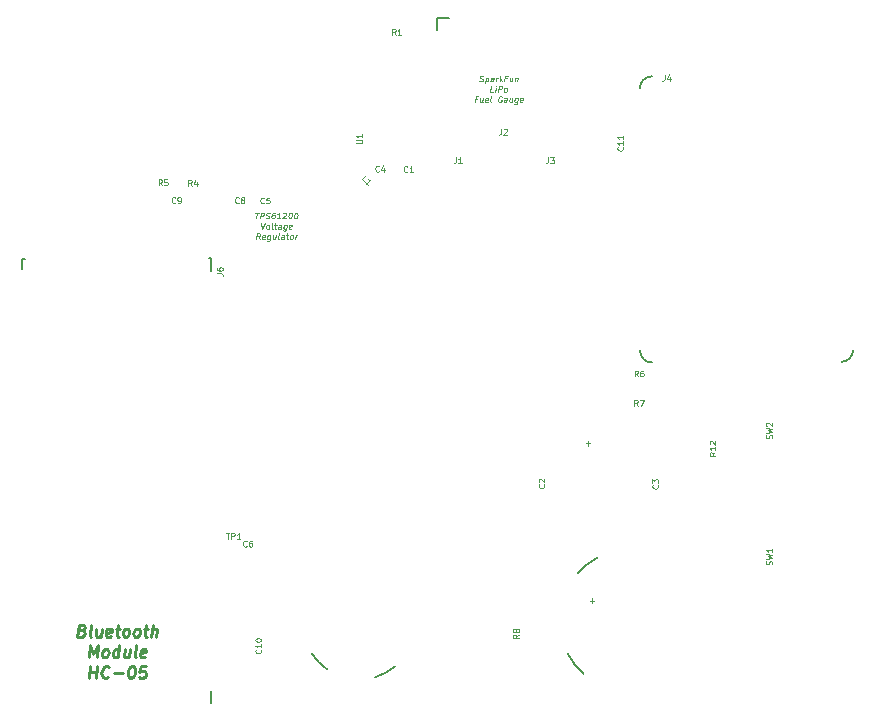
<source format=gbr>
G04 #@! TF.GenerationSoftware,KiCad,Pcbnew,(2017-02-22 revision 4c83b0a94)-master*
G04 #@! TF.CreationDate,2017-05-08T15:43:26+03:00*
G04 #@! TF.ProjectId,T-AIM,542D41494D2E6B696361645F70636200,rev?*
G04 #@! TF.FileFunction,Glue,Top*
G04 #@! TF.FilePolarity,Positive*
%FSLAX46Y46*%
G04 Gerber Fmt 4.6, Leading zero omitted, Abs format (unit mm)*
G04 Created by KiCad (PCBNEW (2017-02-22 revision 4c83b0a94)-master) date Mon May  8 15:43:26 2017*
%MOMM*%
%LPD*%
G01*
G04 APERTURE LIST*
%ADD10C,0.100000*%
%ADD11C,0.250000*%
%ADD12C,0.125000*%
%ADD13C,0.200000*%
G04 APERTURE END LIST*
D10*
D11*
X136613616Y-110278571D02*
X136750520Y-110326190D01*
X136792187Y-110373809D01*
X136827901Y-110469047D01*
X136810044Y-110611904D01*
X136750520Y-110707142D01*
X136696949Y-110754761D01*
X136595758Y-110802380D01*
X136214806Y-110802380D01*
X136339806Y-109802380D01*
X136673139Y-109802380D01*
X136762425Y-109850000D01*
X136804092Y-109897619D01*
X136839806Y-109992857D01*
X136827901Y-110088095D01*
X136768377Y-110183333D01*
X136714806Y-110230952D01*
X136613616Y-110278571D01*
X136280282Y-110278571D01*
X137357663Y-110802380D02*
X137268377Y-110754761D01*
X137232663Y-110659523D01*
X137339806Y-109802380D01*
X138250520Y-110135714D02*
X138167187Y-110802380D01*
X137821949Y-110135714D02*
X137756473Y-110659523D01*
X137792187Y-110754761D01*
X137881473Y-110802380D01*
X138024330Y-110802380D01*
X138125520Y-110754761D01*
X138179092Y-110707142D01*
X139030282Y-110754761D02*
X138929092Y-110802380D01*
X138738616Y-110802380D01*
X138649330Y-110754761D01*
X138613616Y-110659523D01*
X138661235Y-110278571D01*
X138720758Y-110183333D01*
X138821949Y-110135714D01*
X139012425Y-110135714D01*
X139101711Y-110183333D01*
X139137425Y-110278571D01*
X139125520Y-110373809D01*
X138637425Y-110469047D01*
X139440997Y-110135714D02*
X139821949Y-110135714D01*
X139625520Y-109802380D02*
X139518377Y-110659523D01*
X139554092Y-110754761D01*
X139643377Y-110802380D01*
X139738616Y-110802380D01*
X140214806Y-110802380D02*
X140125520Y-110754761D01*
X140083854Y-110707142D01*
X140048139Y-110611904D01*
X140083854Y-110326190D01*
X140143377Y-110230952D01*
X140196949Y-110183333D01*
X140298139Y-110135714D01*
X140440997Y-110135714D01*
X140530282Y-110183333D01*
X140571949Y-110230952D01*
X140607663Y-110326190D01*
X140571949Y-110611904D01*
X140512425Y-110707142D01*
X140458854Y-110754761D01*
X140357663Y-110802380D01*
X140214806Y-110802380D01*
X141119568Y-110802380D02*
X141030282Y-110754761D01*
X140988616Y-110707142D01*
X140952901Y-110611904D01*
X140988616Y-110326190D01*
X141048139Y-110230952D01*
X141101711Y-110183333D01*
X141202901Y-110135714D01*
X141345758Y-110135714D01*
X141435044Y-110183333D01*
X141476711Y-110230952D01*
X141512425Y-110326190D01*
X141476711Y-110611904D01*
X141417187Y-110707142D01*
X141363616Y-110754761D01*
X141262425Y-110802380D01*
X141119568Y-110802380D01*
X141821949Y-110135714D02*
X142202901Y-110135714D01*
X142006473Y-109802380D02*
X141899330Y-110659523D01*
X141935044Y-110754761D01*
X142024330Y-110802380D01*
X142119568Y-110802380D01*
X142452901Y-110802380D02*
X142577901Y-109802380D01*
X142881473Y-110802380D02*
X142946949Y-110278571D01*
X142911235Y-110183333D01*
X142821949Y-110135714D01*
X142679092Y-110135714D01*
X142577901Y-110183333D01*
X142524330Y-110230952D01*
X137167187Y-112552380D02*
X137292187Y-111552380D01*
X137536235Y-112266666D01*
X137958854Y-111552380D01*
X137833854Y-112552380D01*
X138452901Y-112552380D02*
X138363616Y-112504761D01*
X138321949Y-112457142D01*
X138286235Y-112361904D01*
X138321949Y-112076190D01*
X138381473Y-111980952D01*
X138435044Y-111933333D01*
X138536235Y-111885714D01*
X138679092Y-111885714D01*
X138768377Y-111933333D01*
X138810044Y-111980952D01*
X138845758Y-112076190D01*
X138810044Y-112361904D01*
X138750520Y-112457142D01*
X138696949Y-112504761D01*
X138595758Y-112552380D01*
X138452901Y-112552380D01*
X139643377Y-112552380D02*
X139768377Y-111552380D01*
X139649330Y-112504761D02*
X139548139Y-112552380D01*
X139357663Y-112552380D01*
X139268377Y-112504761D01*
X139226711Y-112457142D01*
X139190997Y-112361904D01*
X139226711Y-112076190D01*
X139286235Y-111980952D01*
X139339806Y-111933333D01*
X139440997Y-111885714D01*
X139631473Y-111885714D01*
X139720758Y-111933333D01*
X140631473Y-111885714D02*
X140548139Y-112552380D01*
X140202901Y-111885714D02*
X140137425Y-112409523D01*
X140173139Y-112504761D01*
X140262425Y-112552380D01*
X140405282Y-112552380D01*
X140506473Y-112504761D01*
X140560044Y-112457142D01*
X141167187Y-112552380D02*
X141077901Y-112504761D01*
X141042187Y-112409523D01*
X141149330Y-111552380D01*
X141935044Y-112504761D02*
X141833854Y-112552380D01*
X141643377Y-112552380D01*
X141554092Y-112504761D01*
X141518377Y-112409523D01*
X141565997Y-112028571D01*
X141625520Y-111933333D01*
X141726711Y-111885714D01*
X141917187Y-111885714D01*
X142006473Y-111933333D01*
X142042187Y-112028571D01*
X142030282Y-112123809D01*
X141542187Y-112219047D01*
X137190997Y-114302380D02*
X137315997Y-113302380D01*
X137256473Y-113778571D02*
X137827901Y-113778571D01*
X137762425Y-114302380D02*
X137887425Y-113302380D01*
X138821949Y-114207142D02*
X138768377Y-114254761D01*
X138619568Y-114302380D01*
X138524330Y-114302380D01*
X138387425Y-114254761D01*
X138304092Y-114159523D01*
X138268377Y-114064285D01*
X138244568Y-113873809D01*
X138262425Y-113730952D01*
X138333854Y-113540476D01*
X138393377Y-113445238D01*
X138500520Y-113350000D01*
X138649330Y-113302380D01*
X138744568Y-113302380D01*
X138881473Y-113350000D01*
X138923139Y-113397619D01*
X139286235Y-113921428D02*
X140048139Y-113921428D01*
X140792187Y-113302380D02*
X140887425Y-113302380D01*
X140976711Y-113350000D01*
X141018377Y-113397619D01*
X141054092Y-113492857D01*
X141077901Y-113683333D01*
X141048139Y-113921428D01*
X140976711Y-114111904D01*
X140917187Y-114207142D01*
X140863616Y-114254761D01*
X140762425Y-114302380D01*
X140667187Y-114302380D01*
X140577901Y-114254761D01*
X140536235Y-114207142D01*
X140500520Y-114111904D01*
X140476711Y-113921428D01*
X140506473Y-113683333D01*
X140577901Y-113492857D01*
X140637425Y-113397619D01*
X140690997Y-113350000D01*
X140792187Y-113302380D01*
X142030282Y-113302380D02*
X141554092Y-113302380D01*
X141446949Y-113778571D01*
X141500520Y-113730952D01*
X141601711Y-113683333D01*
X141839806Y-113683333D01*
X141929092Y-113730952D01*
X141970758Y-113778571D01*
X142006473Y-113873809D01*
X141976711Y-114111904D01*
X141917187Y-114207142D01*
X141863616Y-114254761D01*
X141762425Y-114302380D01*
X141524330Y-114302380D01*
X141435044Y-114254761D01*
X141393377Y-114207142D01*
D12*
X151277641Y-74901190D02*
X151563355Y-74901190D01*
X151357998Y-75401190D02*
X151420498Y-74901190D01*
X151667522Y-75401190D02*
X151730022Y-74901190D01*
X151920498Y-74901190D01*
X151965141Y-74925000D01*
X151985974Y-74948809D01*
X152003831Y-74996428D01*
X151994903Y-75067857D01*
X151965141Y-75115476D01*
X151938355Y-75139285D01*
X151887760Y-75163095D01*
X151697284Y-75163095D01*
X152146688Y-75377380D02*
X152215141Y-75401190D01*
X152334188Y-75401190D01*
X152384784Y-75377380D01*
X152411569Y-75353571D01*
X152441331Y-75305952D01*
X152447284Y-75258333D01*
X152429427Y-75210714D01*
X152408593Y-75186904D01*
X152363950Y-75163095D01*
X152271688Y-75139285D01*
X152227046Y-75115476D01*
X152206212Y-75091666D01*
X152188355Y-75044047D01*
X152194308Y-74996428D01*
X152224069Y-74948809D01*
X152250855Y-74925000D01*
X152301450Y-74901190D01*
X152420498Y-74901190D01*
X152488950Y-74925000D01*
X152920498Y-74901190D02*
X152825260Y-74901190D01*
X152774665Y-74925000D01*
X152747879Y-74948809D01*
X152691331Y-75020238D01*
X152655617Y-75115476D01*
X152631808Y-75305952D01*
X152649665Y-75353571D01*
X152670498Y-75377380D01*
X152715141Y-75401190D01*
X152810379Y-75401190D01*
X152860974Y-75377380D01*
X152887760Y-75353571D01*
X152917522Y-75305952D01*
X152932403Y-75186904D01*
X152914546Y-75139285D01*
X152893712Y-75115476D01*
X152849069Y-75091666D01*
X152753831Y-75091666D01*
X152703236Y-75115476D01*
X152676450Y-75139285D01*
X152646688Y-75186904D01*
X153381808Y-75401190D02*
X153096093Y-75401190D01*
X153238950Y-75401190D02*
X153301450Y-74901190D01*
X153244903Y-74972619D01*
X153191331Y-75020238D01*
X153140736Y-75044047D01*
X153628831Y-74948809D02*
X153655617Y-74925000D01*
X153706212Y-74901190D01*
X153825260Y-74901190D01*
X153869903Y-74925000D01*
X153890736Y-74948809D01*
X153908593Y-74996428D01*
X153902641Y-75044047D01*
X153869903Y-75115476D01*
X153548474Y-75401190D01*
X153857998Y-75401190D01*
X154230022Y-74901190D02*
X154277641Y-74901190D01*
X154322284Y-74925000D01*
X154343117Y-74948809D01*
X154360974Y-74996428D01*
X154372879Y-75091666D01*
X154357998Y-75210714D01*
X154322284Y-75305952D01*
X154292522Y-75353571D01*
X154265736Y-75377380D01*
X154215141Y-75401190D01*
X154167522Y-75401190D01*
X154122879Y-75377380D01*
X154102046Y-75353571D01*
X154084188Y-75305952D01*
X154072284Y-75210714D01*
X154087165Y-75091666D01*
X154122879Y-74996428D01*
X154152641Y-74948809D01*
X154179427Y-74925000D01*
X154230022Y-74901190D01*
X154706212Y-74901190D02*
X154753831Y-74901190D01*
X154798474Y-74925000D01*
X154819308Y-74948809D01*
X154837165Y-74996428D01*
X154849069Y-75091666D01*
X154834188Y-75210714D01*
X154798474Y-75305952D01*
X154768712Y-75353571D01*
X154741927Y-75377380D01*
X154691331Y-75401190D01*
X154643712Y-75401190D01*
X154599069Y-75377380D01*
X154578236Y-75353571D01*
X154560379Y-75305952D01*
X154548474Y-75210714D01*
X154563355Y-75091666D01*
X154599069Y-74996428D01*
X154628831Y-74948809D01*
X154655617Y-74925000D01*
X154706212Y-74901190D01*
X151765736Y-75776190D02*
X151869903Y-76276190D01*
X152099069Y-75776190D01*
X152274665Y-76276190D02*
X152230022Y-76252380D01*
X152209188Y-76228571D01*
X152191331Y-76180952D01*
X152209188Y-76038095D01*
X152238950Y-75990476D01*
X152265736Y-75966666D01*
X152316331Y-75942857D01*
X152387760Y-75942857D01*
X152432403Y-75966666D01*
X152453236Y-75990476D01*
X152471093Y-76038095D01*
X152453236Y-76180952D01*
X152423474Y-76228571D01*
X152396688Y-76252380D01*
X152346093Y-76276190D01*
X152274665Y-76276190D01*
X152727046Y-76276190D02*
X152682403Y-76252380D01*
X152664546Y-76204761D01*
X152718117Y-75776190D01*
X152887760Y-75942857D02*
X153078236Y-75942857D01*
X152980022Y-75776190D02*
X152926450Y-76204761D01*
X152944308Y-76252380D01*
X152988950Y-76276190D01*
X153036569Y-76276190D01*
X153417522Y-76276190D02*
X153450260Y-76014285D01*
X153432403Y-75966666D01*
X153387760Y-75942857D01*
X153292522Y-75942857D01*
X153241927Y-75966666D01*
X153420498Y-76252380D02*
X153369903Y-76276190D01*
X153250855Y-76276190D01*
X153206212Y-76252380D01*
X153188355Y-76204761D01*
X153194308Y-76157142D01*
X153224069Y-76109523D01*
X153274665Y-76085714D01*
X153393712Y-76085714D01*
X153444308Y-76061904D01*
X153911569Y-75942857D02*
X153860974Y-76347619D01*
X153831212Y-76395238D01*
X153804427Y-76419047D01*
X153753831Y-76442857D01*
X153682403Y-76442857D01*
X153637760Y-76419047D01*
X153872879Y-76252380D02*
X153822284Y-76276190D01*
X153727046Y-76276190D01*
X153682403Y-76252380D01*
X153661569Y-76228571D01*
X153643712Y-76180952D01*
X153661569Y-76038095D01*
X153691331Y-75990476D01*
X153718117Y-75966666D01*
X153768712Y-75942857D01*
X153863950Y-75942857D01*
X153908593Y-75966666D01*
X154301450Y-76252380D02*
X154250855Y-76276190D01*
X154155617Y-76276190D01*
X154110974Y-76252380D01*
X154093117Y-76204761D01*
X154116927Y-76014285D01*
X154146688Y-75966666D01*
X154197284Y-75942857D01*
X154292522Y-75942857D01*
X154337165Y-75966666D01*
X154355022Y-76014285D01*
X154349069Y-76061904D01*
X154105022Y-76109523D01*
X151643712Y-77151190D02*
X151506808Y-76913095D01*
X151357998Y-77151190D02*
X151420498Y-76651190D01*
X151610974Y-76651190D01*
X151655617Y-76675000D01*
X151676450Y-76698809D01*
X151694308Y-76746428D01*
X151685379Y-76817857D01*
X151655617Y-76865476D01*
X151628831Y-76889285D01*
X151578236Y-76913095D01*
X151387760Y-76913095D01*
X152051450Y-77127380D02*
X152000855Y-77151190D01*
X151905617Y-77151190D01*
X151860974Y-77127380D01*
X151843117Y-77079761D01*
X151866927Y-76889285D01*
X151896688Y-76841666D01*
X151947284Y-76817857D01*
X152042522Y-76817857D01*
X152087165Y-76841666D01*
X152105022Y-76889285D01*
X152099069Y-76936904D01*
X151855022Y-76984523D01*
X152542522Y-76817857D02*
X152491927Y-77222619D01*
X152462165Y-77270238D01*
X152435379Y-77294047D01*
X152384784Y-77317857D01*
X152313355Y-77317857D01*
X152268712Y-77294047D01*
X152503831Y-77127380D02*
X152453236Y-77151190D01*
X152357998Y-77151190D01*
X152313355Y-77127380D01*
X152292522Y-77103571D01*
X152274665Y-77055952D01*
X152292522Y-76913095D01*
X152322284Y-76865476D01*
X152349069Y-76841666D01*
X152399665Y-76817857D01*
X152494903Y-76817857D01*
X152539546Y-76841666D01*
X152994903Y-76817857D02*
X152953236Y-77151190D01*
X152780617Y-76817857D02*
X152747879Y-77079761D01*
X152765736Y-77127380D01*
X152810379Y-77151190D01*
X152881808Y-77151190D01*
X152932403Y-77127380D01*
X152959188Y-77103571D01*
X153262760Y-77151190D02*
X153218117Y-77127380D01*
X153200260Y-77079761D01*
X153253831Y-76651190D01*
X153667522Y-77151190D02*
X153700260Y-76889285D01*
X153682403Y-76841666D01*
X153637760Y-76817857D01*
X153542522Y-76817857D01*
X153491927Y-76841666D01*
X153670498Y-77127380D02*
X153619903Y-77151190D01*
X153500855Y-77151190D01*
X153456212Y-77127380D01*
X153438355Y-77079761D01*
X153444308Y-77032142D01*
X153474069Y-76984523D01*
X153524665Y-76960714D01*
X153643712Y-76960714D01*
X153694308Y-76936904D01*
X153875855Y-76817857D02*
X154066331Y-76817857D01*
X153968117Y-76651190D02*
X153914546Y-77079761D01*
X153932403Y-77127380D01*
X153977046Y-77151190D01*
X154024665Y-77151190D01*
X154262760Y-77151190D02*
X154218117Y-77127380D01*
X154197284Y-77103571D01*
X154179427Y-77055952D01*
X154197284Y-76913095D01*
X154227046Y-76865476D01*
X154253831Y-76841666D01*
X154304427Y-76817857D01*
X154375855Y-76817857D01*
X154420498Y-76841666D01*
X154441331Y-76865476D01*
X154459188Y-76913095D01*
X154441331Y-77055952D01*
X154411569Y-77103571D01*
X154384784Y-77127380D01*
X154334188Y-77151190D01*
X154262760Y-77151190D01*
X154643712Y-77151190D02*
X154685379Y-76817857D01*
X154673474Y-76913095D02*
X154703236Y-76865476D01*
X154730022Y-76841666D01*
X154780617Y-76817857D01*
X154828236Y-76817857D01*
D13*
X147497830Y-78772602D02*
X147367250Y-78772602D01*
X147497830Y-79822602D02*
X147497830Y-78772602D01*
X131743986Y-78793828D02*
X131518986Y-78793828D01*
X131518986Y-78793828D02*
X131518986Y-79721863D01*
X177722878Y-112260885D02*
G75*
G03X179043986Y-113943828I5321108J2817057D01*
G01*
X180226929Y-104122720D02*
G75*
G03X178543986Y-105443828I2817057J-5321108D01*
G01*
X156040819Y-112226517D02*
G75*
G03X157343986Y-113568828I4003167J2582689D01*
G01*
X161386599Y-114247076D02*
G75*
G03X163093986Y-113343828I-1342613J4603248D01*
G01*
X147518986Y-116393828D02*
X147518986Y-115393828D01*
X166681116Y-58411396D02*
X166681116Y-59424785D01*
X167694505Y-58411396D02*
X166681116Y-58411396D01*
X183850000Y-86600000D02*
G75*
G03X184850000Y-87600000I1000000J0D01*
G01*
X200875000Y-87550000D02*
G75*
G03X201875000Y-86550000I0J1000000D01*
G01*
X184825000Y-63375000D02*
G75*
G03X183825000Y-64375000I0J-1000000D01*
G01*
D12*
X170245498Y-63777380D02*
X170313950Y-63801190D01*
X170432998Y-63801190D01*
X170483593Y-63777380D01*
X170510379Y-63753571D01*
X170540141Y-63705952D01*
X170546093Y-63658333D01*
X170528236Y-63610714D01*
X170507403Y-63586904D01*
X170462760Y-63563095D01*
X170370498Y-63539285D01*
X170325855Y-63515476D01*
X170305022Y-63491666D01*
X170287165Y-63444047D01*
X170293117Y-63396428D01*
X170322879Y-63348809D01*
X170349665Y-63325000D01*
X170400260Y-63301190D01*
X170519308Y-63301190D01*
X170587760Y-63325000D01*
X170784188Y-63467857D02*
X170721688Y-63967857D01*
X170781212Y-63491666D02*
X170831808Y-63467857D01*
X170927046Y-63467857D01*
X170971688Y-63491666D01*
X170992522Y-63515476D01*
X171010379Y-63563095D01*
X170992522Y-63705952D01*
X170962760Y-63753571D01*
X170935974Y-63777380D01*
X170885379Y-63801190D01*
X170790141Y-63801190D01*
X170745498Y-63777380D01*
X171409188Y-63801190D02*
X171441927Y-63539285D01*
X171424069Y-63491666D01*
X171379427Y-63467857D01*
X171284188Y-63467857D01*
X171233593Y-63491666D01*
X171412165Y-63777380D02*
X171361569Y-63801190D01*
X171242522Y-63801190D01*
X171197879Y-63777380D01*
X171180022Y-63729761D01*
X171185974Y-63682142D01*
X171215736Y-63634523D01*
X171266331Y-63610714D01*
X171385379Y-63610714D01*
X171435974Y-63586904D01*
X171647284Y-63801190D02*
X171688950Y-63467857D01*
X171677046Y-63563095D02*
X171706808Y-63515476D01*
X171733593Y-63491666D01*
X171784188Y-63467857D01*
X171831808Y-63467857D01*
X171956808Y-63801190D02*
X172019308Y-63301190D01*
X172028236Y-63610714D02*
X172147284Y-63801190D01*
X172188950Y-63467857D02*
X171974665Y-63658333D01*
X172560974Y-63539285D02*
X172394308Y-63539285D01*
X172361569Y-63801190D02*
X172424069Y-63301190D01*
X172662165Y-63301190D01*
X173046093Y-63467857D02*
X173004427Y-63801190D01*
X172831808Y-63467857D02*
X172799069Y-63729761D01*
X172816927Y-63777380D01*
X172861569Y-63801190D01*
X172932998Y-63801190D01*
X172983593Y-63777380D01*
X173010379Y-63753571D01*
X173284188Y-63467857D02*
X173242522Y-63801190D01*
X173278236Y-63515476D02*
X173305022Y-63491666D01*
X173355617Y-63467857D01*
X173427046Y-63467857D01*
X173471688Y-63491666D01*
X173489546Y-63539285D01*
X173456808Y-63801190D01*
X171421093Y-64676190D02*
X171182998Y-64676190D01*
X171245498Y-64176190D01*
X171587760Y-64676190D02*
X171629427Y-64342857D01*
X171650260Y-64176190D02*
X171623474Y-64200000D01*
X171644308Y-64223809D01*
X171671093Y-64200000D01*
X171650260Y-64176190D01*
X171644308Y-64223809D01*
X171825855Y-64676190D02*
X171888355Y-64176190D01*
X172078831Y-64176190D01*
X172123474Y-64200000D01*
X172144308Y-64223809D01*
X172162165Y-64271428D01*
X172153236Y-64342857D01*
X172123474Y-64390476D01*
X172096688Y-64414285D01*
X172046093Y-64438095D01*
X171855617Y-64438095D01*
X172397284Y-64676190D02*
X172352641Y-64652380D01*
X172331808Y-64628571D01*
X172313950Y-64580952D01*
X172331808Y-64438095D01*
X172361569Y-64390476D01*
X172388355Y-64366666D01*
X172438950Y-64342857D01*
X172510379Y-64342857D01*
X172555022Y-64366666D01*
X172575855Y-64390476D01*
X172593712Y-64438095D01*
X172575855Y-64580952D01*
X172546093Y-64628571D01*
X172519308Y-64652380D01*
X172468712Y-64676190D01*
X172397284Y-64676190D01*
X170060974Y-65289285D02*
X169894308Y-65289285D01*
X169861569Y-65551190D02*
X169924069Y-65051190D01*
X170162165Y-65051190D01*
X170546093Y-65217857D02*
X170504427Y-65551190D01*
X170331808Y-65217857D02*
X170299069Y-65479761D01*
X170316927Y-65527380D01*
X170361569Y-65551190D01*
X170432998Y-65551190D01*
X170483593Y-65527380D01*
X170510379Y-65503571D01*
X170935974Y-65527380D02*
X170885379Y-65551190D01*
X170790141Y-65551190D01*
X170745498Y-65527380D01*
X170727641Y-65479761D01*
X170751450Y-65289285D01*
X170781212Y-65241666D01*
X170831808Y-65217857D01*
X170927046Y-65217857D01*
X170971688Y-65241666D01*
X170989546Y-65289285D01*
X170983593Y-65336904D01*
X170739546Y-65384523D01*
X171242522Y-65551190D02*
X171197879Y-65527380D01*
X171180022Y-65479761D01*
X171233593Y-65051190D01*
X172135379Y-65075000D02*
X172090736Y-65051190D01*
X172019308Y-65051190D01*
X171944903Y-65075000D01*
X171891331Y-65122619D01*
X171861569Y-65170238D01*
X171825855Y-65265476D01*
X171816927Y-65336904D01*
X171828831Y-65432142D01*
X171846688Y-65479761D01*
X171888355Y-65527380D01*
X171956808Y-65551190D01*
X172004427Y-65551190D01*
X172078831Y-65527380D01*
X172105617Y-65503571D01*
X172126450Y-65336904D01*
X172031212Y-65336904D01*
X172528236Y-65551190D02*
X172560974Y-65289285D01*
X172543117Y-65241666D01*
X172498474Y-65217857D01*
X172403236Y-65217857D01*
X172352641Y-65241666D01*
X172531212Y-65527380D02*
X172480617Y-65551190D01*
X172361569Y-65551190D01*
X172316927Y-65527380D01*
X172299069Y-65479761D01*
X172305022Y-65432142D01*
X172334784Y-65384523D01*
X172385379Y-65360714D01*
X172504427Y-65360714D01*
X172555022Y-65336904D01*
X173022284Y-65217857D02*
X172980617Y-65551190D01*
X172807998Y-65217857D02*
X172775260Y-65479761D01*
X172793117Y-65527380D01*
X172837760Y-65551190D01*
X172909188Y-65551190D01*
X172959784Y-65527380D01*
X172986569Y-65503571D01*
X173474665Y-65217857D02*
X173424069Y-65622619D01*
X173394308Y-65670238D01*
X173367522Y-65694047D01*
X173316927Y-65717857D01*
X173245498Y-65717857D01*
X173200855Y-65694047D01*
X173435974Y-65527380D02*
X173385379Y-65551190D01*
X173290141Y-65551190D01*
X173245498Y-65527380D01*
X173224665Y-65503571D01*
X173206808Y-65455952D01*
X173224665Y-65313095D01*
X173254427Y-65265476D01*
X173281212Y-65241666D01*
X173331808Y-65217857D01*
X173427046Y-65217857D01*
X173471688Y-65241666D01*
X173864546Y-65527380D02*
X173813950Y-65551190D01*
X173718712Y-65551190D01*
X173674069Y-65527380D01*
X173656212Y-65479761D01*
X173680022Y-65289285D01*
X173709784Y-65241666D01*
X173760379Y-65217857D01*
X173855617Y-65217857D01*
X173900260Y-65241666D01*
X173918117Y-65289285D01*
X173912165Y-65336904D01*
X173668117Y-65384523D01*
D10*
X144491666Y-74053571D02*
X144467857Y-74077380D01*
X144396428Y-74101190D01*
X144348809Y-74101190D01*
X144277380Y-74077380D01*
X144229761Y-74029761D01*
X144205952Y-73982142D01*
X144182142Y-73886904D01*
X144182142Y-73815476D01*
X144205952Y-73720238D01*
X144229761Y-73672619D01*
X144277380Y-73625000D01*
X144348809Y-73601190D01*
X144396428Y-73601190D01*
X144467857Y-73625000D01*
X144491666Y-73648809D01*
X144729761Y-74101190D02*
X144825000Y-74101190D01*
X144872619Y-74077380D01*
X144896428Y-74053571D01*
X144944047Y-73982142D01*
X144967857Y-73886904D01*
X144967857Y-73696428D01*
X144944047Y-73648809D01*
X144920238Y-73625000D01*
X144872619Y-73601190D01*
X144777380Y-73601190D01*
X144729761Y-73625000D01*
X144705952Y-73648809D01*
X144682142Y-73696428D01*
X144682142Y-73815476D01*
X144705952Y-73863095D01*
X144729761Y-73886904D01*
X144777380Y-73910714D01*
X144872619Y-73910714D01*
X144920238Y-73886904D01*
X144944047Y-73863095D01*
X144967857Y-73815476D01*
X173602199Y-110625522D02*
X173364104Y-110792189D01*
X173602199Y-110911236D02*
X173102199Y-110911236D01*
X173102199Y-110720760D01*
X173126009Y-110673141D01*
X173149818Y-110649331D01*
X173197437Y-110625522D01*
X173268866Y-110625522D01*
X173316485Y-110649331D01*
X173340294Y-110673141D01*
X173364104Y-110720760D01*
X173364104Y-110911236D01*
X173316485Y-110339808D02*
X173292675Y-110387427D01*
X173268866Y-110411236D01*
X173221247Y-110435046D01*
X173197437Y-110435046D01*
X173149818Y-110411236D01*
X173126009Y-110387427D01*
X173102199Y-110339808D01*
X173102199Y-110244569D01*
X173126009Y-110196950D01*
X173149818Y-110173141D01*
X173197437Y-110149331D01*
X173221247Y-110149331D01*
X173268866Y-110173141D01*
X173292675Y-110196950D01*
X173316485Y-110244569D01*
X173316485Y-110339808D01*
X173340294Y-110387427D01*
X173364104Y-110411236D01*
X173411723Y-110435046D01*
X173506961Y-110435046D01*
X173554580Y-110411236D01*
X173578389Y-110387427D01*
X173602199Y-110339808D01*
X173602199Y-110244569D01*
X173578389Y-110196950D01*
X173554580Y-110173141D01*
X173506961Y-110149331D01*
X173411723Y-110149331D01*
X173364104Y-110173141D01*
X173340294Y-110196950D01*
X173316485Y-110244569D01*
X168258333Y-70226190D02*
X168258333Y-70583333D01*
X168234523Y-70654761D01*
X168186904Y-70702380D01*
X168115476Y-70726190D01*
X168067857Y-70726190D01*
X168758333Y-70726190D02*
X168472619Y-70726190D01*
X168615476Y-70726190D02*
X168615476Y-70226190D01*
X168567857Y-70297619D01*
X168520238Y-70345238D01*
X168472619Y-70369047D01*
X182378571Y-69346428D02*
X182402380Y-69370238D01*
X182426190Y-69441666D01*
X182426190Y-69489285D01*
X182402380Y-69560714D01*
X182354761Y-69608333D01*
X182307142Y-69632142D01*
X182211904Y-69655952D01*
X182140476Y-69655952D01*
X182045238Y-69632142D01*
X181997619Y-69608333D01*
X181950000Y-69560714D01*
X181926190Y-69489285D01*
X181926190Y-69441666D01*
X181950000Y-69370238D01*
X181973809Y-69346428D01*
X182426190Y-68870238D02*
X182426190Y-69155952D01*
X182426190Y-69013095D02*
X181926190Y-69013095D01*
X181997619Y-69060714D01*
X182045238Y-69108333D01*
X182069047Y-69155952D01*
X182426190Y-68394047D02*
X182426190Y-68679761D01*
X182426190Y-68536904D02*
X181926190Y-68536904D01*
X181997619Y-68584523D01*
X182045238Y-68632142D01*
X182069047Y-68679761D01*
X179583509Y-107749542D02*
X179964462Y-107749542D01*
X179773986Y-107940018D02*
X179773986Y-107559066D01*
X159801190Y-69030952D02*
X160205952Y-69030952D01*
X160253571Y-69007142D01*
X160277380Y-68983333D01*
X160301190Y-68935714D01*
X160301190Y-68840476D01*
X160277380Y-68792857D01*
X160253571Y-68769047D01*
X160205952Y-68745238D01*
X159801190Y-68745238D01*
X160301190Y-68245238D02*
X160301190Y-68530952D01*
X160301190Y-68388095D02*
X159801190Y-68388095D01*
X159872619Y-68435714D01*
X159920238Y-68483333D01*
X159944047Y-68530952D01*
X194996366Y-94010494D02*
X195020176Y-93939066D01*
X195020176Y-93820018D01*
X194996366Y-93772399D01*
X194972557Y-93748589D01*
X194924938Y-93724780D01*
X194877319Y-93724780D01*
X194829700Y-93748589D01*
X194805890Y-93772399D01*
X194782081Y-93820018D01*
X194758271Y-93915256D01*
X194734462Y-93962875D01*
X194710652Y-93986685D01*
X194663033Y-94010494D01*
X194615414Y-94010494D01*
X194567795Y-93986685D01*
X194543986Y-93962875D01*
X194520176Y-93915256D01*
X194520176Y-93796208D01*
X194543986Y-93724780D01*
X194520176Y-93558113D02*
X195020176Y-93439066D01*
X194663033Y-93343828D01*
X195020176Y-93248589D01*
X194520176Y-93129542D01*
X194567795Y-92962875D02*
X194543986Y-92939066D01*
X194520176Y-92891447D01*
X194520176Y-92772399D01*
X194543986Y-92724780D01*
X194567795Y-92700970D01*
X194615414Y-92677161D01*
X194663033Y-92677161D01*
X194734462Y-92700970D01*
X195020176Y-92986685D01*
X195020176Y-92677161D01*
X194996366Y-104685494D02*
X195020176Y-104614066D01*
X195020176Y-104495018D01*
X194996366Y-104447399D01*
X194972557Y-104423589D01*
X194924938Y-104399780D01*
X194877319Y-104399780D01*
X194829700Y-104423589D01*
X194805890Y-104447399D01*
X194782081Y-104495018D01*
X194758271Y-104590256D01*
X194734462Y-104637875D01*
X194710652Y-104661685D01*
X194663033Y-104685494D01*
X194615414Y-104685494D01*
X194567795Y-104661685D01*
X194543986Y-104637875D01*
X194520176Y-104590256D01*
X194520176Y-104471208D01*
X194543986Y-104399780D01*
X194520176Y-104233113D02*
X195020176Y-104114066D01*
X194663033Y-104018828D01*
X195020176Y-103923589D01*
X194520176Y-103804542D01*
X195020176Y-103352161D02*
X195020176Y-103637875D01*
X195020176Y-103495018D02*
X194520176Y-103495018D01*
X194591605Y-103542637D01*
X194639224Y-103590256D01*
X194663033Y-103637875D01*
X164141666Y-71428571D02*
X164117857Y-71452380D01*
X164046428Y-71476190D01*
X163998809Y-71476190D01*
X163927380Y-71452380D01*
X163879761Y-71404761D01*
X163855952Y-71357142D01*
X163832142Y-71261904D01*
X163832142Y-71190476D01*
X163855952Y-71095238D01*
X163879761Y-71047619D01*
X163927380Y-71000000D01*
X163998809Y-70976190D01*
X164046428Y-70976190D01*
X164117857Y-71000000D01*
X164141666Y-71023809D01*
X164617857Y-71476190D02*
X164332142Y-71476190D01*
X164475000Y-71476190D02*
X164475000Y-70976190D01*
X164427380Y-71047619D01*
X164379761Y-71095238D01*
X164332142Y-71119047D01*
X175703571Y-97908333D02*
X175727380Y-97932142D01*
X175751190Y-98003571D01*
X175751190Y-98051190D01*
X175727380Y-98122619D01*
X175679761Y-98170238D01*
X175632142Y-98194047D01*
X175536904Y-98217857D01*
X175465476Y-98217857D01*
X175370238Y-98194047D01*
X175322619Y-98170238D01*
X175275000Y-98122619D01*
X175251190Y-98051190D01*
X175251190Y-98003571D01*
X175275000Y-97932142D01*
X175298809Y-97908333D01*
X175298809Y-97717857D02*
X175275000Y-97694047D01*
X175251190Y-97646428D01*
X175251190Y-97527380D01*
X175275000Y-97479761D01*
X175298809Y-97455952D01*
X175346428Y-97432142D01*
X175394047Y-97432142D01*
X175465476Y-97455952D01*
X175751190Y-97741666D01*
X175751190Y-97432142D01*
X179445714Y-94635476D02*
X179445714Y-94254523D01*
X179636190Y-94445000D02*
X179255238Y-94445000D01*
X185328571Y-97958333D02*
X185352380Y-97982142D01*
X185376190Y-98053571D01*
X185376190Y-98101190D01*
X185352380Y-98172619D01*
X185304761Y-98220238D01*
X185257142Y-98244047D01*
X185161904Y-98267857D01*
X185090476Y-98267857D01*
X184995238Y-98244047D01*
X184947619Y-98220238D01*
X184900000Y-98172619D01*
X184876190Y-98101190D01*
X184876190Y-98053571D01*
X184900000Y-97982142D01*
X184923809Y-97958333D01*
X184876190Y-97791666D02*
X184876190Y-97482142D01*
X185066666Y-97648809D01*
X185066666Y-97577380D01*
X185090476Y-97529761D01*
X185114285Y-97505952D01*
X185161904Y-97482142D01*
X185280952Y-97482142D01*
X185328571Y-97505952D01*
X185352380Y-97529761D01*
X185376190Y-97577380D01*
X185376190Y-97720238D01*
X185352380Y-97767857D01*
X185328571Y-97791666D01*
X161741666Y-71378571D02*
X161717857Y-71402380D01*
X161646428Y-71426190D01*
X161598809Y-71426190D01*
X161527380Y-71402380D01*
X161479761Y-71354761D01*
X161455952Y-71307142D01*
X161432142Y-71211904D01*
X161432142Y-71140476D01*
X161455952Y-71045238D01*
X161479761Y-70997619D01*
X161527380Y-70950000D01*
X161598809Y-70926190D01*
X161646428Y-70926190D01*
X161717857Y-70950000D01*
X161741666Y-70973809D01*
X162170238Y-71092857D02*
X162170238Y-71426190D01*
X162051190Y-70902380D02*
X161932142Y-71259523D01*
X162241666Y-71259523D01*
X152016666Y-74078571D02*
X151992857Y-74102380D01*
X151921428Y-74126190D01*
X151873809Y-74126190D01*
X151802380Y-74102380D01*
X151754761Y-74054761D01*
X151730952Y-74007142D01*
X151707142Y-73911904D01*
X151707142Y-73840476D01*
X151730952Y-73745238D01*
X151754761Y-73697619D01*
X151802380Y-73650000D01*
X151873809Y-73626190D01*
X151921428Y-73626190D01*
X151992857Y-73650000D01*
X152016666Y-73673809D01*
X152469047Y-73626190D02*
X152230952Y-73626190D01*
X152207142Y-73864285D01*
X152230952Y-73840476D01*
X152278571Y-73816666D01*
X152397619Y-73816666D01*
X152445238Y-73840476D01*
X152469047Y-73864285D01*
X152492857Y-73911904D01*
X152492857Y-74030952D01*
X152469047Y-74078571D01*
X152445238Y-74102380D01*
X152397619Y-74126190D01*
X152278571Y-74126190D01*
X152230952Y-74102380D01*
X152207142Y-74078571D01*
X150541666Y-103128571D02*
X150517857Y-103152380D01*
X150446428Y-103176190D01*
X150398809Y-103176190D01*
X150327380Y-103152380D01*
X150279761Y-103104761D01*
X150255952Y-103057142D01*
X150232142Y-102961904D01*
X150232142Y-102890476D01*
X150255952Y-102795238D01*
X150279761Y-102747619D01*
X150327380Y-102700000D01*
X150398809Y-102676190D01*
X150446428Y-102676190D01*
X150517857Y-102700000D01*
X150541666Y-102723809D01*
X150970238Y-102676190D02*
X150875000Y-102676190D01*
X150827380Y-102700000D01*
X150803571Y-102723809D01*
X150755952Y-102795238D01*
X150732142Y-102890476D01*
X150732142Y-103080952D01*
X150755952Y-103128571D01*
X150779761Y-103152380D01*
X150827380Y-103176190D01*
X150922619Y-103176190D01*
X150970238Y-103152380D01*
X150994047Y-103128571D01*
X151017857Y-103080952D01*
X151017857Y-102961904D01*
X150994047Y-102914285D01*
X150970238Y-102890476D01*
X150922619Y-102866666D01*
X150827380Y-102866666D01*
X150779761Y-102890476D01*
X150755952Y-102914285D01*
X150732142Y-102961904D01*
X149866666Y-74053571D02*
X149842857Y-74077380D01*
X149771428Y-74101190D01*
X149723809Y-74101190D01*
X149652380Y-74077380D01*
X149604761Y-74029761D01*
X149580952Y-73982142D01*
X149557142Y-73886904D01*
X149557142Y-73815476D01*
X149580952Y-73720238D01*
X149604761Y-73672619D01*
X149652380Y-73625000D01*
X149723809Y-73601190D01*
X149771428Y-73601190D01*
X149842857Y-73625000D01*
X149866666Y-73648809D01*
X150152380Y-73815476D02*
X150104761Y-73791666D01*
X150080952Y-73767857D01*
X150057142Y-73720238D01*
X150057142Y-73696428D01*
X150080952Y-73648809D01*
X150104761Y-73625000D01*
X150152380Y-73601190D01*
X150247619Y-73601190D01*
X150295238Y-73625000D01*
X150319047Y-73648809D01*
X150342857Y-73696428D01*
X150342857Y-73720238D01*
X150319047Y-73767857D01*
X150295238Y-73791666D01*
X150247619Y-73815476D01*
X150152380Y-73815476D01*
X150104761Y-73839285D01*
X150080952Y-73863095D01*
X150057142Y-73910714D01*
X150057142Y-74005952D01*
X150080952Y-74053571D01*
X150104761Y-74077380D01*
X150152380Y-74101190D01*
X150247619Y-74101190D01*
X150295238Y-74077380D01*
X150319047Y-74053571D01*
X150342857Y-74005952D01*
X150342857Y-73910714D01*
X150319047Y-73863095D01*
X150295238Y-73839285D01*
X150247619Y-73815476D01*
X151728571Y-111896428D02*
X151752380Y-111920238D01*
X151776190Y-111991666D01*
X151776190Y-112039285D01*
X151752380Y-112110714D01*
X151704761Y-112158333D01*
X151657142Y-112182142D01*
X151561904Y-112205952D01*
X151490476Y-112205952D01*
X151395238Y-112182142D01*
X151347619Y-112158333D01*
X151300000Y-112110714D01*
X151276190Y-112039285D01*
X151276190Y-111991666D01*
X151300000Y-111920238D01*
X151323809Y-111896428D01*
X151776190Y-111420238D02*
X151776190Y-111705952D01*
X151776190Y-111563095D02*
X151276190Y-111563095D01*
X151347619Y-111610714D01*
X151395238Y-111658333D01*
X151419047Y-111705952D01*
X151276190Y-111110714D02*
X151276190Y-111063095D01*
X151300000Y-111015476D01*
X151323809Y-110991666D01*
X151371428Y-110967857D01*
X151466666Y-110944047D01*
X151585714Y-110944047D01*
X151680952Y-110967857D01*
X151728571Y-110991666D01*
X151752380Y-111015476D01*
X151776190Y-111063095D01*
X151776190Y-111110714D01*
X151752380Y-111158333D01*
X151728571Y-111182142D01*
X151680952Y-111205952D01*
X151585714Y-111229761D01*
X151466666Y-111229761D01*
X151371428Y-111205952D01*
X151323809Y-111182142D01*
X151300000Y-111158333D01*
X151276190Y-111110714D01*
X176058333Y-70226190D02*
X176058333Y-70583333D01*
X176034523Y-70654761D01*
X175986904Y-70702380D01*
X175915476Y-70726190D01*
X175867857Y-70726190D01*
X176248809Y-70226190D02*
X176558333Y-70226190D01*
X176391666Y-70416666D01*
X176463095Y-70416666D01*
X176510714Y-70440476D01*
X176534523Y-70464285D01*
X176558333Y-70511904D01*
X176558333Y-70630952D01*
X176534523Y-70678571D01*
X176510714Y-70702380D01*
X176463095Y-70726190D01*
X176320238Y-70726190D01*
X176272619Y-70702380D01*
X176248809Y-70678571D01*
X185933333Y-63226190D02*
X185933333Y-63583333D01*
X185909523Y-63654761D01*
X185861904Y-63702380D01*
X185790476Y-63726190D01*
X185742857Y-63726190D01*
X186385714Y-63392857D02*
X186385714Y-63726190D01*
X186266666Y-63202380D02*
X186147619Y-63559523D01*
X186457142Y-63559523D01*
X148001190Y-80041666D02*
X148358333Y-80041666D01*
X148429761Y-80065476D01*
X148477380Y-80113095D01*
X148501190Y-80184523D01*
X148501190Y-80232142D01*
X148001190Y-79589285D02*
X148001190Y-79684523D01*
X148025000Y-79732142D01*
X148048809Y-79755952D01*
X148120238Y-79803571D01*
X148215476Y-79827380D01*
X148405952Y-79827380D01*
X148453571Y-79803571D01*
X148477380Y-79779761D01*
X148501190Y-79732142D01*
X148501190Y-79636904D01*
X148477380Y-79589285D01*
X148453571Y-79565476D01*
X148405952Y-79541666D01*
X148286904Y-79541666D01*
X148239285Y-79565476D01*
X148215476Y-79589285D01*
X148191666Y-79636904D01*
X148191666Y-79732142D01*
X148215476Y-79779761D01*
X148239285Y-79803571D01*
X148286904Y-79827380D01*
X160481133Y-72251015D02*
X160312774Y-72082656D01*
X160666328Y-71729103D01*
X160784179Y-72554061D02*
X160582148Y-72352030D01*
X160683164Y-72453045D02*
X161036717Y-72099492D01*
X160952538Y-72116328D01*
X160885194Y-72116328D01*
X160834687Y-72099492D01*
X163141666Y-59851190D02*
X162975000Y-59613095D01*
X162855952Y-59851190D02*
X162855952Y-59351190D01*
X163046428Y-59351190D01*
X163094047Y-59375000D01*
X163117857Y-59398809D01*
X163141666Y-59446428D01*
X163141666Y-59517857D01*
X163117857Y-59565476D01*
X163094047Y-59589285D01*
X163046428Y-59613095D01*
X162855952Y-59613095D01*
X163617857Y-59851190D02*
X163332142Y-59851190D01*
X163475000Y-59851190D02*
X163475000Y-59351190D01*
X163427380Y-59422619D01*
X163379761Y-59470238D01*
X163332142Y-59494047D01*
X145891666Y-72626190D02*
X145725000Y-72388095D01*
X145605952Y-72626190D02*
X145605952Y-72126190D01*
X145796428Y-72126190D01*
X145844047Y-72150000D01*
X145867857Y-72173809D01*
X145891666Y-72221428D01*
X145891666Y-72292857D01*
X145867857Y-72340476D01*
X145844047Y-72364285D01*
X145796428Y-72388095D01*
X145605952Y-72388095D01*
X146320238Y-72292857D02*
X146320238Y-72626190D01*
X146201190Y-72102380D02*
X146082142Y-72459523D01*
X146391666Y-72459523D01*
X143366666Y-72601190D02*
X143200000Y-72363095D01*
X143080952Y-72601190D02*
X143080952Y-72101190D01*
X143271428Y-72101190D01*
X143319047Y-72125000D01*
X143342857Y-72148809D01*
X143366666Y-72196428D01*
X143366666Y-72267857D01*
X143342857Y-72315476D01*
X143319047Y-72339285D01*
X143271428Y-72363095D01*
X143080952Y-72363095D01*
X143819047Y-72101190D02*
X143580952Y-72101190D01*
X143557142Y-72339285D01*
X143580952Y-72315476D01*
X143628571Y-72291666D01*
X143747619Y-72291666D01*
X143795238Y-72315476D01*
X143819047Y-72339285D01*
X143842857Y-72386904D01*
X143842857Y-72505952D01*
X143819047Y-72553571D01*
X143795238Y-72577380D01*
X143747619Y-72601190D01*
X143628571Y-72601190D01*
X143580952Y-72577380D01*
X143557142Y-72553571D01*
X183666666Y-88776190D02*
X183500000Y-88538095D01*
X183380952Y-88776190D02*
X183380952Y-88276190D01*
X183571428Y-88276190D01*
X183619047Y-88300000D01*
X183642857Y-88323809D01*
X183666666Y-88371428D01*
X183666666Y-88442857D01*
X183642857Y-88490476D01*
X183619047Y-88514285D01*
X183571428Y-88538095D01*
X183380952Y-88538095D01*
X184095238Y-88276190D02*
X184000000Y-88276190D01*
X183952380Y-88300000D01*
X183928571Y-88323809D01*
X183880952Y-88395238D01*
X183857142Y-88490476D01*
X183857142Y-88680952D01*
X183880952Y-88728571D01*
X183904761Y-88752380D01*
X183952380Y-88776190D01*
X184047619Y-88776190D01*
X184095238Y-88752380D01*
X184119047Y-88728571D01*
X184142857Y-88680952D01*
X184142857Y-88561904D01*
X184119047Y-88514285D01*
X184095238Y-88490476D01*
X184047619Y-88466666D01*
X183952380Y-88466666D01*
X183904761Y-88490476D01*
X183880952Y-88514285D01*
X183857142Y-88561904D01*
X183641666Y-91251190D02*
X183475000Y-91013095D01*
X183355952Y-91251190D02*
X183355952Y-90751190D01*
X183546428Y-90751190D01*
X183594047Y-90775000D01*
X183617857Y-90798809D01*
X183641666Y-90846428D01*
X183641666Y-90917857D01*
X183617857Y-90965476D01*
X183594047Y-90989285D01*
X183546428Y-91013095D01*
X183355952Y-91013095D01*
X183808333Y-90751190D02*
X184141666Y-90751190D01*
X183927380Y-91251190D01*
X190226190Y-95196428D02*
X189988095Y-95363095D01*
X190226190Y-95482142D02*
X189726190Y-95482142D01*
X189726190Y-95291666D01*
X189750000Y-95244047D01*
X189773809Y-95220238D01*
X189821428Y-95196428D01*
X189892857Y-95196428D01*
X189940476Y-95220238D01*
X189964285Y-95244047D01*
X189988095Y-95291666D01*
X189988095Y-95482142D01*
X190226190Y-94720238D02*
X190226190Y-95005952D01*
X190226190Y-94863095D02*
X189726190Y-94863095D01*
X189797619Y-94910714D01*
X189845238Y-94958333D01*
X189869047Y-95005952D01*
X189773809Y-94529761D02*
X189750000Y-94505952D01*
X189726190Y-94458333D01*
X189726190Y-94339285D01*
X189750000Y-94291666D01*
X189773809Y-94267857D01*
X189821428Y-94244047D01*
X189869047Y-94244047D01*
X189940476Y-94267857D01*
X190226190Y-94553571D01*
X190226190Y-94244047D01*
X148794047Y-102026190D02*
X149079761Y-102026190D01*
X148936904Y-102526190D02*
X148936904Y-102026190D01*
X149246428Y-102526190D02*
X149246428Y-102026190D01*
X149436904Y-102026190D01*
X149484523Y-102050000D01*
X149508333Y-102073809D01*
X149532142Y-102121428D01*
X149532142Y-102192857D01*
X149508333Y-102240476D01*
X149484523Y-102264285D01*
X149436904Y-102288095D01*
X149246428Y-102288095D01*
X150008333Y-102526190D02*
X149722619Y-102526190D01*
X149865476Y-102526190D02*
X149865476Y-102026190D01*
X149817857Y-102097619D01*
X149770238Y-102145238D01*
X149722619Y-102169047D01*
X172083333Y-67801190D02*
X172083333Y-68158333D01*
X172059523Y-68229761D01*
X172011904Y-68277380D01*
X171940476Y-68301190D01*
X171892857Y-68301190D01*
X172297619Y-67848809D02*
X172321428Y-67825000D01*
X172369047Y-67801190D01*
X172488095Y-67801190D01*
X172535714Y-67825000D01*
X172559523Y-67848809D01*
X172583333Y-67896428D01*
X172583333Y-67944047D01*
X172559523Y-68015476D01*
X172273809Y-68301190D01*
X172583333Y-68301190D01*
M02*

</source>
